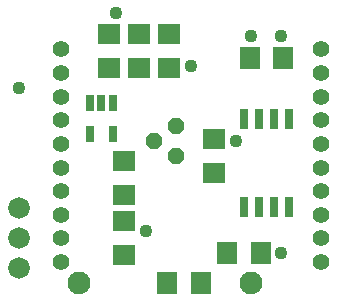
<source format=gts>
G75*
%MOIN*%
%OFA0B0*%
%FSLAX24Y24*%
%IPPOS*%
%LPD*%
%AMOC8*
5,1,8,0,0,1.08239X$1,22.5*
%
%ADD10C,0.0560*%
%ADD11R,0.0770X0.0690*%
%ADD12R,0.0277X0.0532*%
%ADD13R,0.0690X0.0770*%
%ADD14OC8,0.0560*%
%ADD15R,0.0270X0.0670*%
%ADD16C,0.0720*%
%ADD17C,0.0760*%
%ADD18C,0.0436*%
D10*
X014769Y012557D03*
X014769Y013344D03*
X014769Y014131D03*
X014769Y014919D03*
X014769Y015706D03*
X014769Y016494D03*
X014769Y017281D03*
X014769Y018069D03*
X014769Y018856D03*
X014769Y019643D03*
X023431Y019643D03*
X023431Y018856D03*
X023431Y018069D03*
X023431Y017281D03*
X023431Y016494D03*
X023431Y015706D03*
X023431Y014919D03*
X023431Y014131D03*
X023431Y013344D03*
X023431Y012557D03*
D11*
X019850Y015540D03*
X019850Y016660D03*
X018350Y019040D03*
X017350Y019040D03*
X016350Y019040D03*
X016350Y020160D03*
X017350Y020160D03*
X018350Y020160D03*
X016850Y015910D03*
X016850Y014790D03*
X016850Y013910D03*
X016850Y012790D03*
D12*
X016474Y016838D03*
X015726Y016838D03*
X015726Y017862D03*
X016100Y017862D03*
X016474Y017862D03*
D13*
X021040Y019350D03*
X022160Y019350D03*
X021410Y012850D03*
X020290Y012850D03*
X019410Y011850D03*
X018290Y011850D03*
D14*
X018600Y016100D03*
X017850Y016600D03*
X018600Y017100D03*
D15*
X020850Y017310D03*
X021350Y017310D03*
X021850Y017310D03*
X022350Y017310D03*
X022350Y014390D03*
X021850Y014390D03*
X021350Y014390D03*
X020850Y014390D03*
D16*
X013350Y012350D03*
X013350Y013350D03*
X013350Y014350D03*
D17*
X015350Y011850D03*
X021100Y011850D03*
D18*
X022100Y012850D03*
X017600Y013600D03*
X020600Y016600D03*
X019100Y019100D03*
X021100Y020100D03*
X022100Y020100D03*
X016600Y020850D03*
X013350Y018350D03*
M02*

</source>
